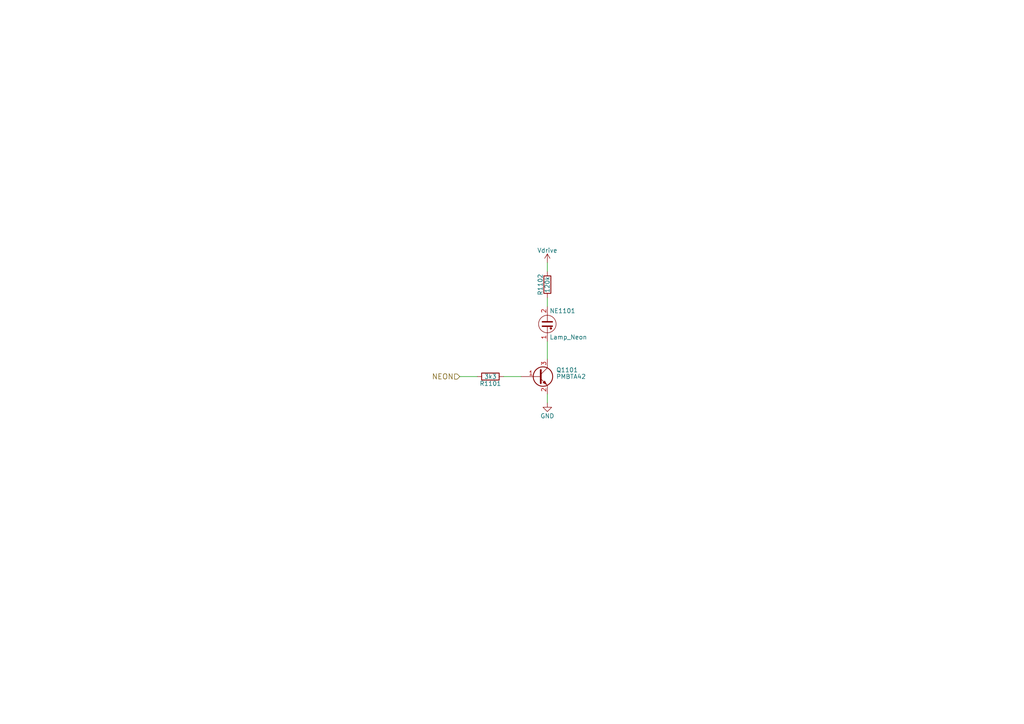
<source format=kicad_sch>
(kicad_sch (version 20230121) (generator eeschema)

  (uuid 348ee7da-6a18-4117-8064-25926bec2a9c)

  (paper "A4")

  (title_block
    (title "ZM108x, Z57x nixieboard")
    (date "2025-09-04")
    (rev "3/${GITHASH}")
    (comment 1 "Atuthor: Martin Sabol")
  )

  (lib_symbols
    (symbol "Device:Lamp_Neon" (pin_names (offset 0.0254) hide) (in_bom yes) (on_board yes)
      (property "Reference" "NE" (at 0.635 3.81 0)
        (effects (font (size 1.27 1.27)) (justify left))
      )
      (property "Value" "Lamp_Neon" (at 0.635 -3.81 0)
        (effects (font (size 1.27 1.27)) (justify left))
      )
      (property "Footprint" "" (at 0 2.54 90)
        (effects (font (size 1.27 1.27)) hide)
      )
      (property "Datasheet" "~" (at 0 2.54 90)
        (effects (font (size 1.27 1.27)) hide)
      )
      (property "ki_keywords" "neon lamp" (at 0 0 0)
        (effects (font (size 1.27 1.27)) hide)
      )
      (property "ki_description" "Neon lamp" (at 0 0 0)
        (effects (font (size 1.27 1.27)) hide)
      )
      (symbol "Lamp_Neon_0_1"
        (rectangle (start -1.524 -0.508) (end 1.524 -0.762)
          (stroke (width 0) (type default))
          (fill (type outline))
        )
        (rectangle (start -1.524 0.762) (end 1.524 0.508)
          (stroke (width 0) (type default))
          (fill (type outline))
        )
        (polyline
          (pts
            (xy 0 -2.54)
            (xy 0 -0.762)
          )
          (stroke (width 0) (type default))
          (fill (type none))
        )
        (polyline
          (pts
            (xy 0 0.762)
            (xy 0 2.54)
          )
          (stroke (width 0) (type default))
          (fill (type none))
        )
        (circle (center 0 0) (radius 2.54)
          (stroke (width 0) (type default))
          (fill (type none))
        )
        (circle (center 1.016 -1.27) (radius 0.254)
          (stroke (width 0) (type default))
          (fill (type outline))
        )
      )
      (symbol "Lamp_Neon_1_1"
        (pin passive line (at 0 -5.08 90) (length 2.54)
          (name "~" (effects (font (size 1.27 1.27))))
          (number "1" (effects (font (size 1.27 1.27))))
        )
        (pin passive line (at 0 5.08 270) (length 2.54)
          (name "~" (effects (font (size 1.27 1.27))))
          (number "2" (effects (font (size 1.27 1.27))))
        )
      )
    )
    (symbol "Device:Q_NPN_BEC" (pin_names (offset 0) hide) (in_bom yes) (on_board yes)
      (property "Reference" "Q" (at 5.08 1.27 0)
        (effects (font (size 1.27 1.27)) (justify left))
      )
      (property "Value" "Q_NPN_BEC" (at 5.08 -1.27 0)
        (effects (font (size 1.27 1.27)) (justify left))
      )
      (property "Footprint" "" (at 5.08 2.54 0)
        (effects (font (size 1.27 1.27)) hide)
      )
      (property "Datasheet" "~" (at 0 0 0)
        (effects (font (size 1.27 1.27)) hide)
      )
      (property "ki_keywords" "transistor NPN" (at 0 0 0)
        (effects (font (size 1.27 1.27)) hide)
      )
      (property "ki_description" "NPN transistor, base/emitter/collector" (at 0 0 0)
        (effects (font (size 1.27 1.27)) hide)
      )
      (symbol "Q_NPN_BEC_0_1"
        (polyline
          (pts
            (xy 0.635 0.635)
            (xy 2.54 2.54)
          )
          (stroke (width 0) (type default))
          (fill (type none))
        )
        (polyline
          (pts
            (xy 0.635 -0.635)
            (xy 2.54 -2.54)
            (xy 2.54 -2.54)
          )
          (stroke (width 0) (type default))
          (fill (type none))
        )
        (polyline
          (pts
            (xy 0.635 1.905)
            (xy 0.635 -1.905)
            (xy 0.635 -1.905)
          )
          (stroke (width 0.508) (type default))
          (fill (type none))
        )
        (polyline
          (pts
            (xy 1.27 -1.778)
            (xy 1.778 -1.27)
            (xy 2.286 -2.286)
            (xy 1.27 -1.778)
            (xy 1.27 -1.778)
          )
          (stroke (width 0) (type default))
          (fill (type outline))
        )
        (circle (center 1.27 0) (radius 2.8194)
          (stroke (width 0.254) (type default))
          (fill (type none))
        )
      )
      (symbol "Q_NPN_BEC_1_1"
        (pin input line (at -5.08 0 0) (length 5.715)
          (name "B" (effects (font (size 1.27 1.27))))
          (number "1" (effects (font (size 1.27 1.27))))
        )
        (pin passive line (at 2.54 -5.08 90) (length 2.54)
          (name "E" (effects (font (size 1.27 1.27))))
          (number "2" (effects (font (size 1.27 1.27))))
        )
        (pin passive line (at 2.54 5.08 270) (length 2.54)
          (name "C" (effects (font (size 1.27 1.27))))
          (number "3" (effects (font (size 1.27 1.27))))
        )
      )
    )
    (symbol "Device:R" (pin_numbers hide) (pin_names (offset 0)) (in_bom yes) (on_board yes)
      (property "Reference" "R" (at 2.032 0 90)
        (effects (font (size 1.27 1.27)))
      )
      (property "Value" "R" (at 0 0 90)
        (effects (font (size 1.27 1.27)))
      )
      (property "Footprint" "" (at -1.778 0 90)
        (effects (font (size 1.27 1.27)) hide)
      )
      (property "Datasheet" "~" (at 0 0 0)
        (effects (font (size 1.27 1.27)) hide)
      )
      (property "ki_keywords" "R res resistor" (at 0 0 0)
        (effects (font (size 1.27 1.27)) hide)
      )
      (property "ki_description" "Resistor" (at 0 0 0)
        (effects (font (size 1.27 1.27)) hide)
      )
      (property "ki_fp_filters" "R_*" (at 0 0 0)
        (effects (font (size 1.27 1.27)) hide)
      )
      (symbol "R_0_1"
        (rectangle (start -1.016 -2.54) (end 1.016 2.54)
          (stroke (width 0.254) (type default))
          (fill (type none))
        )
      )
      (symbol "R_1_1"
        (pin passive line (at 0 3.81 270) (length 1.27)
          (name "~" (effects (font (size 1.27 1.27))))
          (number "1" (effects (font (size 1.27 1.27))))
        )
        (pin passive line (at 0 -3.81 90) (length 1.27)
          (name "~" (effects (font (size 1.27 1.27))))
          (number "2" (effects (font (size 1.27 1.27))))
        )
      )
    )
    (symbol "power:GND" (power) (pin_names (offset 0)) (in_bom yes) (on_board yes)
      (property "Reference" "#PWR" (at 0 -6.35 0)
        (effects (font (size 1.27 1.27)) hide)
      )
      (property "Value" "GND" (at 0 -3.81 0)
        (effects (font (size 1.27 1.27)))
      )
      (property "Footprint" "" (at 0 0 0)
        (effects (font (size 1.27 1.27)) hide)
      )
      (property "Datasheet" "" (at 0 0 0)
        (effects (font (size 1.27 1.27)) hide)
      )
      (property "ki_keywords" "global power" (at 0 0 0)
        (effects (font (size 1.27 1.27)) hide)
      )
      (property "ki_description" "Power symbol creates a global label with name \"GND\" , ground" (at 0 0 0)
        (effects (font (size 1.27 1.27)) hide)
      )
      (symbol "GND_0_1"
        (polyline
          (pts
            (xy 0 0)
            (xy 0 -1.27)
            (xy 1.27 -1.27)
            (xy 0 -2.54)
            (xy -1.27 -1.27)
            (xy 0 -1.27)
          )
          (stroke (width 0) (type default))
          (fill (type none))
        )
      )
      (symbol "GND_1_1"
        (pin power_in line (at 0 0 270) (length 0) hide
          (name "GND" (effects (font (size 1.27 1.27))))
          (number "1" (effects (font (size 1.27 1.27))))
        )
      )
    )
    (symbol "power:Vdrive" (power) (pin_names (offset 0)) (in_bom yes) (on_board yes)
      (property "Reference" "#PWR" (at -5.08 -3.81 0)
        (effects (font (size 1.27 1.27)) hide)
      )
      (property "Value" "Vdrive" (at 0 3.81 0)
        (effects (font (size 1.27 1.27)))
      )
      (property "Footprint" "" (at 0 0 0)
        (effects (font (size 1.27 1.27)) hide)
      )
      (property "Datasheet" "" (at 0 0 0)
        (effects (font (size 1.27 1.27)) hide)
      )
      (property "ki_keywords" "global power" (at 0 0 0)
        (effects (font (size 1.27 1.27)) hide)
      )
      (property "ki_description" "Power symbol creates a global label with name \"Vdrive\"" (at 0 0 0)
        (effects (font (size 1.27 1.27)) hide)
      )
      (symbol "Vdrive_0_1"
        (polyline
          (pts
            (xy -0.762 1.27)
            (xy 0 2.54)
          )
          (stroke (width 0) (type default))
          (fill (type none))
        )
        (polyline
          (pts
            (xy 0 0)
            (xy 0 2.54)
          )
          (stroke (width 0) (type default))
          (fill (type none))
        )
        (polyline
          (pts
            (xy 0 2.54)
            (xy 0.762 1.27)
          )
          (stroke (width 0) (type default))
          (fill (type none))
        )
      )
      (symbol "Vdrive_1_1"
        (pin power_in line (at 0 0 90) (length 0) hide
          (name "Vdrive" (effects (font (size 1.27 1.27))))
          (number "1" (effects (font (size 1.27 1.27))))
        )
      )
    )
  )


  (wire (pts (xy 146.05 109.22) (xy 151.13 109.22))
    (stroke (width 0) (type default))
    (uuid 1b86f92e-dae9-4667-b95a-322f99897c71)
  )
  (wire (pts (xy 158.75 86.36) (xy 158.75 88.9))
    (stroke (width 0) (type default))
    (uuid 2e22a12d-6b3e-489f-9a8c-5ff98b5cc0d6)
  )
  (wire (pts (xy 133.35 109.22) (xy 138.43 109.22))
    (stroke (width 0) (type default))
    (uuid 3ad4b43f-58dc-447d-8c74-44f3186917c9)
  )
  (wire (pts (xy 158.75 76.2) (xy 158.75 78.74))
    (stroke (width 0) (type default))
    (uuid 68eb01a5-0559-45f8-b45f-ad443ff50a5d)
  )
  (wire (pts (xy 158.75 99.06) (xy 158.75 104.14))
    (stroke (width 0) (type default))
    (uuid b92f3636-9a47-45d6-9abe-9ccee8982948)
  )
  (wire (pts (xy 158.75 116.84) (xy 158.75 114.3))
    (stroke (width 0) (type default))
    (uuid f5704d70-d9bd-4f0a-a4d6-36438acdb89a)
  )

  (hierarchical_label "NEON" (shape input) (at 133.35 109.22 180) (fields_autoplaced)
    (effects (font (size 1.524 1.524)) (justify right))
    (uuid 03d87fd8-06a3-4051-99c6-feb4b8375f82)
  )

  (symbol (lib_id "Device:Lamp_Neon") (at 158.75 93.98 0) (unit 1)
    (in_bom yes) (on_board yes) (dnp no)
    (uuid 00000000-0000-0000-0000-0000597ad545)
    (property "Reference" "NE1101" (at 159.385 90.17 0)
      (effects (font (size 1.27 1.27)) (justify left))
    )
    (property "Value" "Lamp_Neon" (at 159.385 97.79 0)
      (effects (font (size 1.27 1.27)) (justify left))
    )
    (property "Footprint" "Nixie:Neon" (at 158.75 91.44 90)
      (effects (font (size 1.27 1.27)) hide)
    )
    (property "Datasheet" "~" (at 158.75 91.44 90)
      (effects (font (size 1.27 1.27)) hide)
    )
    (property "Supplier" "" (at 158.75 91.44 90)
      (effects (font (size 1.27 1.27)) hide)
    )
    (property "SPN" "" (at 158.75 91.44 90)
      (effects (font (size 1.27 1.27)) hide)
    )
    (pin "1" (uuid da9614f1-1197-495f-b1db-775053f18fd9))
    (pin "2" (uuid 2348c544-347b-405f-97cb-af7eca6522ec))
    (instances
      (project "nixieboard"
        (path "/93b23311-7353-47b7-aa73-3dc6f6fdf308/00000000-0000-0000-0000-0000597857c2/00000000-0000-0000-0000-0000597b043c"
          (reference "NE1101") (unit 1)
        )
        (path "/93b23311-7353-47b7-aa73-3dc6f6fdf308/00000000-0000-0000-0000-0000597857c2/00000000-0000-0000-0000-0000597a8518"
          (reference "NE801") (unit 1)
        )
      )
    )
  )

  (symbol (lib_id "Device:Q_NPN_BEC") (at 156.21 109.22 0) (unit 1)
    (in_bom yes) (on_board yes) (dnp no)
    (uuid 00000000-0000-0000-0000-0000597ad553)
    (property "Reference" "Q1101" (at 161.29 107.315 0)
      (effects (font (size 1.27 1.27)) (justify left))
    )
    (property "Value" "PMBTA42" (at 161.29 109.22 0)
      (effects (font (size 1.27 1.27)) (justify left))
    )
    (property "Footprint" "Package_TO_SOT_SMD:SOT-23" (at 161.29 106.68 0)
      (effects (font (size 1.27 1.27)) hide)
    )
    (property "Datasheet" "~" (at 156.21 109.22 0)
      (effects (font (size 1.27 1.27)) hide)
    )
    (property "Supplier" "TME" (at 156.21 109.22 0)
      (effects (font (size 1.27 1.27)) (justify left) hide)
    )
    (property "SPN" "PMBTA42" (at 156.21 109.22 0)
      (effects (font (size 1.27 1.27)) (justify left) hide)
    )
    (pin "1" (uuid c13a4d8c-23ad-4bbb-88e8-974fc7ce15fd))
    (pin "2" (uuid eb4ac495-5613-4c0e-9183-eb542385c0da))
    (pin "3" (uuid 7e00f3e7-8ce4-40bc-9336-3636860d6439))
    (instances
      (project "nixieboard"
        (path "/93b23311-7353-47b7-aa73-3dc6f6fdf308/00000000-0000-0000-0000-0000597857c2/00000000-0000-0000-0000-0000597b043c"
          (reference "Q1101") (unit 1)
        )
        (path "/93b23311-7353-47b7-aa73-3dc6f6fdf308/00000000-0000-0000-0000-0000597857c2/00000000-0000-0000-0000-0000597a8518"
          (reference "Q801") (unit 1)
        )
      )
    )
  )

  (symbol (lib_id "Device:R") (at 142.24 109.22 270) (unit 1)
    (in_bom yes) (on_board yes) (dnp no)
    (uuid 00000000-0000-0000-0000-0000597ad561)
    (property "Reference" "R1101" (at 142.24 111.252 90)
      (effects (font (size 1.27 1.27)))
    )
    (property "Value" "3k3" (at 142.24 109.22 90)
      (effects (font (size 1.27 1.27)))
    )
    (property "Footprint" "Resistor_SMD:R_0603_1608Metric" (at 142.24 107.442 90)
      (effects (font (size 1.27 1.27)) hide)
    )
    (property "Datasheet" "~" (at 142.24 109.22 0)
      (effects (font (size 1.27 1.27)) hide)
    )
    (property "Supplier" "TME" (at 142.24 109.22 0)
      (effects (font (size 1.27 1.27)) hide)
    )
    (property "SPN" "RC0603FR-073K3" (at 142.24 109.22 0)
      (effects (font (size 1.27 1.27)) hide)
    )
    (pin "1" (uuid 54dd875f-2d08-49b5-a188-de9676be3d06))
    (pin "2" (uuid ae6b711f-47a5-4541-a117-c7563132befb))
    (instances
      (project "nixieboard"
        (path "/93b23311-7353-47b7-aa73-3dc6f6fdf308/00000000-0000-0000-0000-0000597857c2/00000000-0000-0000-0000-0000597b043c"
          (reference "R1101") (unit 1)
        )
        (path "/93b23311-7353-47b7-aa73-3dc6f6fdf308/00000000-0000-0000-0000-0000597857c2/00000000-0000-0000-0000-0000597a8518"
          (reference "R801") (unit 1)
        )
      )
    )
  )

  (symbol (lib_id "power:GND") (at 158.75 116.84 0) (unit 1)
    (in_bom yes) (on_board yes) (dnp no)
    (uuid 00000000-0000-0000-0000-0000597ad571)
    (property "Reference" "#PWR01102" (at 158.75 123.19 0)
      (effects (font (size 1.27 1.27)) hide)
    )
    (property "Value" "GND" (at 158.75 120.65 0)
      (effects (font (size 1.27 1.27)))
    )
    (property "Footprint" "" (at 158.75 116.84 0)
      (effects (font (size 1.27 1.27)) hide)
    )
    (property "Datasheet" "" (at 158.75 116.84 0)
      (effects (font (size 1.27 1.27)) hide)
    )
    (pin "1" (uuid 7e2bd8db-c905-4dc6-8023-dc328a1c4fc2))
    (instances
      (project "nixieboard"
        (path "/93b23311-7353-47b7-aa73-3dc6f6fdf308/00000000-0000-0000-0000-0000597857c2/00000000-0000-0000-0000-0000597b043c"
          (reference "#PWR01102") (unit 1)
        )
        (path "/93b23311-7353-47b7-aa73-3dc6f6fdf308/00000000-0000-0000-0000-0000597857c2/00000000-0000-0000-0000-0000597a8518"
          (reference "#PWR0802") (unit 1)
        )
      )
    )
  )

  (symbol (lib_id "Device:R") (at 158.75 82.55 180) (unit 1)
    (in_bom yes) (on_board yes) (dnp no)
    (uuid 00000000-0000-0000-0000-0000597ad585)
    (property "Reference" "R1102" (at 156.718 82.55 90)
      (effects (font (size 1.27 1.27)))
    )
    (property "Value" "120k" (at 158.75 82.55 90)
      (effects (font (size 1.27 1.27)))
    )
    (property "Footprint" "Resistor_SMD:R_1206_3216Metric" (at 160.528 82.55 90)
      (effects (font (size 1.27 1.27)) hide)
    )
    (property "Datasheet" "~" (at 158.75 82.55 0)
      (effects (font (size 1.27 1.27)) hide)
    )
    (property "Supplier" "TME" (at 158.75 82.55 0)
      (effects (font (size 1.27 1.27)) hide)
    )
    (property "SPN" "SMD1206-120K-1%" (at 158.75 82.55 0)
      (effects (font (size 1.27 1.27)) hide)
    )
    (pin "1" (uuid fa79a801-8c00-42a3-9262-bd24f583828e))
    (pin "2" (uuid ab1cc6e1-89b7-408c-b4cd-dbf7f2925e38))
    (instances
      (project "nixieboard"
        (path "/93b23311-7353-47b7-aa73-3dc6f6fdf308/00000000-0000-0000-0000-0000597857c2/00000000-0000-0000-0000-0000597b043c"
          (reference "R1102") (unit 1)
        )
        (path "/93b23311-7353-47b7-aa73-3dc6f6fdf308/00000000-0000-0000-0000-0000597857c2/00000000-0000-0000-0000-0000597a8518"
          (reference "R802") (unit 1)
        )
      )
    )
  )

  (symbol (lib_id "power:Vdrive") (at 158.75 76.2 0) (unit 1)
    (in_bom yes) (on_board yes) (dnp no)
    (uuid 00000000-0000-0000-0000-0000597ad595)
    (property "Reference" "#PWR01101" (at 158.75 80.01 0)
      (effects (font (size 1.27 1.27)) hide)
    )
    (property "Value" "+180V" (at 158.75 72.644 0)
      (effects (font (size 1.27 1.27)))
    )
    (property "Footprint" "" (at 158.75 76.2 0)
      (effects (font (size 1.27 1.27)) hide)
    )
    (property "Datasheet" "" (at 158.75 76.2 0)
      (effects (font (size 1.27 1.27)) hide)
    )
    (pin "1" (uuid 007f9728-8c37-4832-b398-651a06228af2))
    (instances
      (project "nixieboard"
        (path "/93b23311-7353-47b7-aa73-3dc6f6fdf308/00000000-0000-0000-0000-0000597857c2/00000000-0000-0000-0000-0000597b043c"
          (reference "#PWR01101") (unit 1)
        )
        (path "/93b23311-7353-47b7-aa73-3dc6f6fdf308/00000000-0000-0000-0000-0000597857c2/00000000-0000-0000-0000-0000597a8518"
          (reference "#PWR0801") (unit 1)
        )
      )
    )
  )
)

</source>
